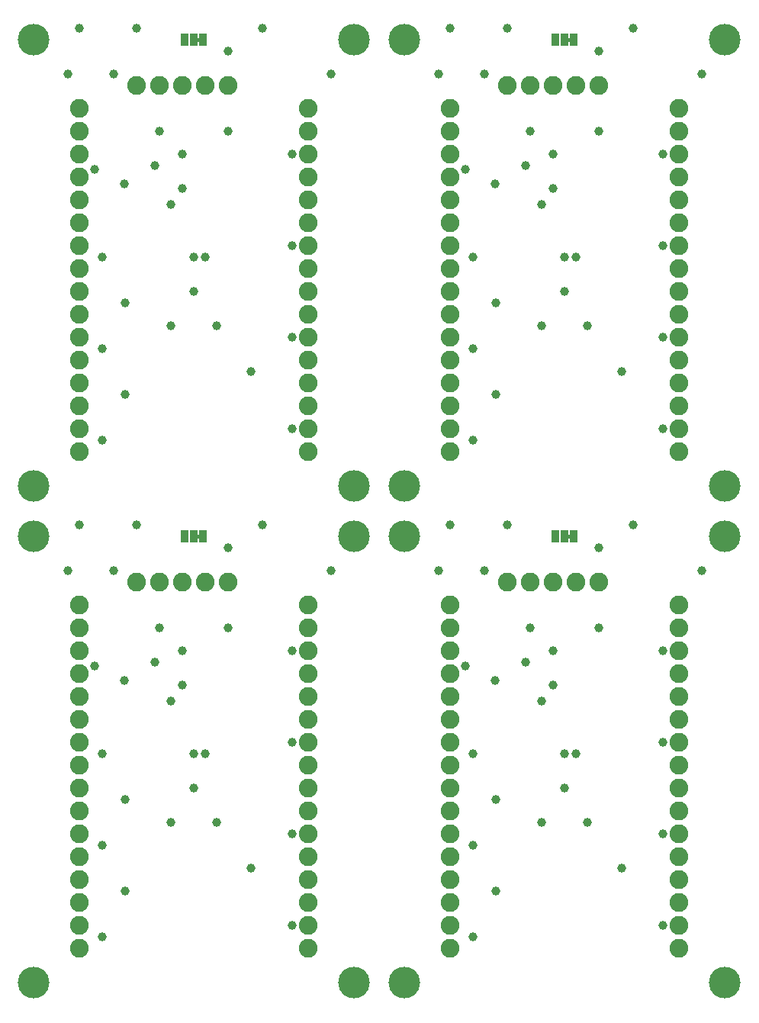
<source format=gbs>
G75*
%MOIN*%
%OFA0B0*%
%FSLAX25Y25*%
%IPPOS*%
%LPD*%
%AMOC8*
5,1,8,0,0,1.08239X$1,22.5*
%
%ADD10C,0.08200*%
%ADD11C,0.13800*%
%ADD12R,0.03300X0.05800*%
%ADD13C,0.00500*%
%ADD14C,0.03900*%
D10*
X0093333Y0048333D03*
X0093333Y0058333D03*
X0093333Y0068333D03*
X0093333Y0078333D03*
X0093333Y0088333D03*
X0093333Y0098333D03*
X0093333Y0108333D03*
X0093333Y0118333D03*
X0093333Y0128333D03*
X0093333Y0138333D03*
X0093333Y0148333D03*
X0093333Y0158333D03*
X0093333Y0168333D03*
X0093333Y0178333D03*
X0093333Y0188333D03*
X0093333Y0198333D03*
X0118334Y0208330D03*
X0128333Y0208333D03*
X0138333Y0208333D03*
X0148333Y0208333D03*
X0158333Y0208333D03*
X0193333Y0198333D03*
X0193333Y0188333D03*
X0193333Y0178333D03*
X0193333Y0168333D03*
X0193333Y0158333D03*
X0193333Y0148333D03*
X0193333Y0138333D03*
X0193333Y0128333D03*
X0193333Y0118333D03*
X0193333Y0108333D03*
X0193333Y0098333D03*
X0193333Y0088333D03*
X0193333Y0078333D03*
X0193333Y0068333D03*
X0193333Y0058333D03*
X0193333Y0048333D03*
X0255333Y0048333D03*
X0255333Y0058333D03*
X0255333Y0068333D03*
X0255333Y0078333D03*
X0255333Y0088333D03*
X0255333Y0098333D03*
X0255333Y0108333D03*
X0255333Y0118333D03*
X0255333Y0128333D03*
X0255333Y0138333D03*
X0255333Y0148333D03*
X0255333Y0158333D03*
X0255333Y0168333D03*
X0255333Y0178333D03*
X0255333Y0188333D03*
X0255333Y0198333D03*
X0280334Y0208330D03*
X0290333Y0208333D03*
X0300333Y0208333D03*
X0310333Y0208333D03*
X0320333Y0208333D03*
X0355333Y0198333D03*
X0355333Y0188333D03*
X0355333Y0178333D03*
X0355333Y0168333D03*
X0355333Y0158333D03*
X0355333Y0148333D03*
X0355333Y0138333D03*
X0355333Y0128333D03*
X0355333Y0118333D03*
X0355333Y0108333D03*
X0355333Y0098333D03*
X0355333Y0088333D03*
X0355333Y0078333D03*
X0355333Y0068333D03*
X0355333Y0058333D03*
X0355333Y0048333D03*
X0355333Y0265333D03*
X0355333Y0275333D03*
X0355333Y0285333D03*
X0355333Y0295333D03*
X0355333Y0305333D03*
X0355333Y0315333D03*
X0355333Y0325333D03*
X0355333Y0335333D03*
X0355333Y0345333D03*
X0355333Y0355333D03*
X0355333Y0365333D03*
X0355333Y0375333D03*
X0355333Y0385333D03*
X0355333Y0395333D03*
X0355333Y0405333D03*
X0355333Y0415333D03*
X0320333Y0425333D03*
X0310333Y0425333D03*
X0300333Y0425333D03*
X0290333Y0425333D03*
X0280334Y0425330D03*
X0255333Y0415333D03*
X0255333Y0405333D03*
X0255333Y0395333D03*
X0255333Y0385333D03*
X0255333Y0375333D03*
X0255333Y0365333D03*
X0255333Y0355333D03*
X0255333Y0345333D03*
X0255333Y0335333D03*
X0255333Y0325333D03*
X0255333Y0315333D03*
X0255333Y0305333D03*
X0255333Y0295333D03*
X0255333Y0285333D03*
X0255333Y0275333D03*
X0255333Y0265333D03*
X0193333Y0265333D03*
X0193333Y0275333D03*
X0193333Y0285333D03*
X0193333Y0295333D03*
X0193333Y0305333D03*
X0193333Y0315333D03*
X0193333Y0325333D03*
X0193333Y0335333D03*
X0193333Y0345333D03*
X0193333Y0355333D03*
X0193333Y0365333D03*
X0193333Y0375333D03*
X0193333Y0385333D03*
X0193333Y0395333D03*
X0193333Y0405333D03*
X0193333Y0415333D03*
X0158333Y0425333D03*
X0148333Y0425333D03*
X0138333Y0425333D03*
X0128333Y0425333D03*
X0118334Y0425330D03*
X0093333Y0415333D03*
X0093333Y0405333D03*
X0093333Y0395333D03*
X0093333Y0385333D03*
X0093333Y0375333D03*
X0093333Y0365333D03*
X0093333Y0355333D03*
X0093333Y0345333D03*
X0093333Y0335333D03*
X0093333Y0325333D03*
X0093333Y0315333D03*
X0093333Y0305333D03*
X0093333Y0295333D03*
X0093333Y0285333D03*
X0093333Y0275333D03*
X0093333Y0265333D03*
D11*
X0073333Y0033333D03*
X0213333Y0033333D03*
X0235333Y0033333D03*
X0375333Y0033333D03*
X0375333Y0228333D03*
X0375333Y0250333D03*
X0235333Y0250333D03*
X0235333Y0228333D03*
X0213333Y0228333D03*
X0213333Y0250333D03*
X0073333Y0250333D03*
X0073333Y0228333D03*
X0073333Y0445333D03*
X0213333Y0445333D03*
X0235333Y0445333D03*
X0375333Y0445333D03*
D12*
X0309333Y0445333D03*
X0305333Y0445333D03*
X0301333Y0445333D03*
X0147333Y0445333D03*
X0143333Y0445333D03*
X0139333Y0445333D03*
X0139333Y0228333D03*
X0143333Y0228333D03*
X0147333Y0228333D03*
X0301333Y0228333D03*
X0305333Y0228333D03*
X0309333Y0228333D03*
D13*
X0308083Y0228221D02*
X0306583Y0228221D01*
X0306583Y0227833D02*
X0306583Y0228833D01*
X0308083Y0228833D01*
X0308083Y0227833D01*
X0306583Y0227833D01*
X0306583Y0228720D02*
X0308083Y0228720D01*
X0146083Y0228720D02*
X0144583Y0228720D01*
X0144583Y0228833D02*
X0144583Y0227833D01*
X0146083Y0227833D01*
X0146083Y0228833D01*
X0144583Y0228833D01*
X0144583Y0228221D02*
X0146083Y0228221D01*
X0146083Y0444833D02*
X0144583Y0444833D01*
X0144583Y0445833D01*
X0146083Y0445833D01*
X0146083Y0444833D01*
X0146083Y0445074D02*
X0144583Y0445074D01*
X0144583Y0445572D02*
X0146083Y0445572D01*
X0306583Y0445572D02*
X0308083Y0445572D01*
X0308083Y0445833D02*
X0306583Y0445833D01*
X0306583Y0444833D01*
X0308083Y0444833D01*
X0308083Y0445833D01*
X0308083Y0445074D02*
X0306583Y0445074D01*
D14*
X0320333Y0440333D03*
X0335333Y0450333D03*
X0365333Y0430333D03*
X0348334Y0395330D03*
X0320333Y0405333D03*
X0300334Y0395330D03*
X0288334Y0390330D03*
X0290333Y0405333D03*
X0274833Y0382333D03*
X0261834Y0388830D03*
X0295334Y0373330D03*
X0300334Y0380333D03*
X0305333Y0350333D03*
X0310333Y0350333D03*
X0305333Y0335333D03*
X0295334Y0320330D03*
X0315334Y0320330D03*
X0330333Y0300333D03*
X0348334Y0315330D03*
X0348334Y0275330D03*
X0335333Y0233333D03*
X0320333Y0223333D03*
X0320333Y0188333D03*
X0300334Y0178330D03*
X0288334Y0173330D03*
X0290333Y0188333D03*
X0274833Y0165333D03*
X0261834Y0171830D03*
X0295334Y0156330D03*
X0300334Y0163333D03*
X0305333Y0133333D03*
X0310333Y0133333D03*
X0305333Y0118333D03*
X0295334Y0103330D03*
X0315334Y0103330D03*
X0330333Y0083333D03*
X0348334Y0098330D03*
X0348334Y0058330D03*
X0275333Y0073333D03*
X0265334Y0093330D03*
X0275333Y0113333D03*
X0265334Y0133330D03*
X0265334Y0053330D03*
X0186334Y0058330D03*
X0168333Y0083333D03*
X0186334Y0098330D03*
X0153334Y0103330D03*
X0143333Y0118333D03*
X0143333Y0133333D03*
X0148333Y0133333D03*
X0133334Y0156330D03*
X0138334Y0163333D03*
X0138334Y0178330D03*
X0126334Y0173330D03*
X0128333Y0188333D03*
X0112833Y0165333D03*
X0099834Y0171830D03*
X0103334Y0133330D03*
X0113333Y0113333D03*
X0133334Y0103330D03*
X0113333Y0073333D03*
X0103334Y0093330D03*
X0103334Y0053330D03*
X0186334Y0138330D03*
X0186334Y0178330D03*
X0158333Y0188333D03*
X0158333Y0223333D03*
X0173333Y0233333D03*
X0203333Y0213333D03*
X0250333Y0213333D03*
X0255333Y0233333D03*
X0270333Y0213333D03*
X0280333Y0233333D03*
X0265334Y0270330D03*
X0275333Y0290333D03*
X0265334Y0310330D03*
X0275333Y0330333D03*
X0265334Y0350330D03*
X0270333Y0430333D03*
X0280333Y0450333D03*
X0255333Y0450333D03*
X0250333Y0430333D03*
X0203333Y0430333D03*
X0173333Y0450333D03*
X0158333Y0440333D03*
X0158333Y0405333D03*
X0138334Y0395330D03*
X0126334Y0390330D03*
X0128333Y0405333D03*
X0112833Y0382333D03*
X0099834Y0388830D03*
X0133334Y0373330D03*
X0138334Y0380333D03*
X0143333Y0350333D03*
X0148333Y0350333D03*
X0143333Y0335333D03*
X0133334Y0320330D03*
X0153334Y0320330D03*
X0168333Y0300333D03*
X0186334Y0315330D03*
X0186334Y0275330D03*
X0118333Y0233333D03*
X0108333Y0213333D03*
X0093333Y0233333D03*
X0088333Y0213333D03*
X0103334Y0270330D03*
X0113333Y0290333D03*
X0103334Y0310330D03*
X0113333Y0330333D03*
X0103334Y0350330D03*
X0108333Y0430333D03*
X0118333Y0450333D03*
X0093333Y0450333D03*
X0088333Y0430333D03*
X0186334Y0395330D03*
X0186334Y0355330D03*
X0348334Y0355330D03*
X0365333Y0213333D03*
X0348334Y0178330D03*
X0348334Y0138330D03*
M02*

</source>
